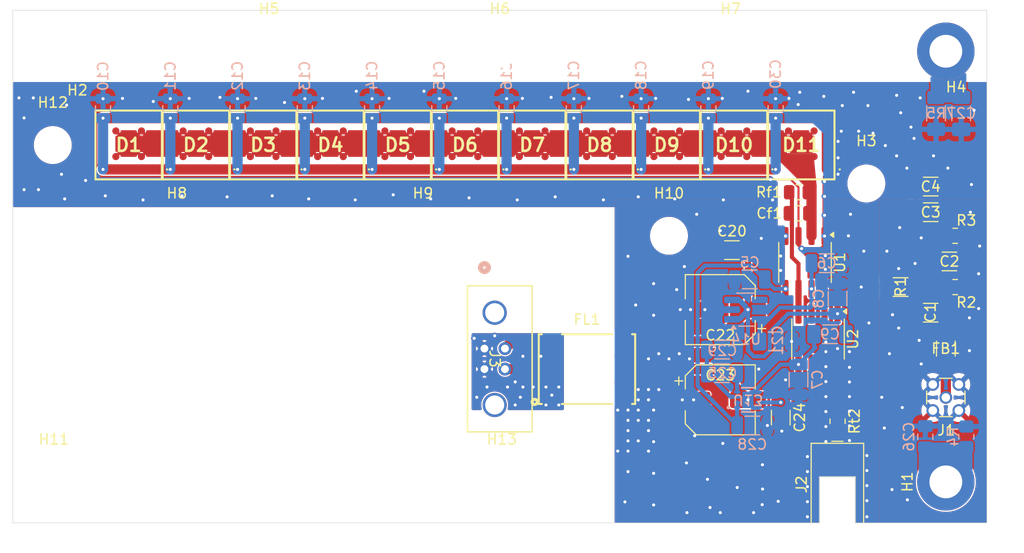
<source format=kicad_pcb>
(kicad_pcb (version 20241229) (generator "pcbnew") (generator_version "9.0")
  (layers (0 "F.Cu" signal) (2 "B.Cu" signal) (13 "F.Paste" user) (15 "B.Paste" user) (5 "F.SilkS" user "F.Silkscreen") (7 "B.SilkS" user "B.Silkscreen") (1 "F.Mask" user) (3 "B.Mask" user) (25 "Edge.Cuts" user))
  (net 0 "")
  (net 1 "Net-(C1-Pad1)")
  (net 2 "Net-(C1-Pad2)")
  (net 3 "Net-(C2-Pad1)")
  (net 4 "GND")
  (net 5 "/Bias filter/bias_filtered")
  (net 6 "+2V5")
  (net 7 "-2V5")
  (net 8 "-5V")
  (net 9 "+5V")
  (net 10 "/driven TIA/hiz_in")
  (net 11 "Net-(U2-IN)")
  (net 12 "/Bias filter/bias_raw")
  (net 13 "/driven TIA/amp_out")
  (net 18 "Net-(C27-Pad2)")
  (net 19 "Net-(U13-VREG)")
  (net 20 "Net-(U13-VAFB)")
  (net 21 "Net-(U13-VA)")
  (net 22 "Net-(FL1-5)")
  (net 23 "Net-(FL1-1)")
  (net 24 "Net-(FL1-3)")
  (net 25 "Net-(Rt2-Pad1)")
  (net 27 "Net-(C26-Pad1)")
  (footprint "Capacitor_SMD:C_1206_3216Metric_Pad1.33x1.80mm_HandSolder" (layer "F.Cu") (at 99.1375 49.4)
    (property "Reference" "C20")
    (property "Value" "1u")
  )
  (footprint "Resistor_SMD:R_1206_3216Metric" (layer "F.Cu") (at 120 59 90)
    (property "Reference" "FB1")
    (property "Value" "620@1M")
  )
  (footprint "MountingHole:MountingHole_3.2mm_M3" (layer "F.Cu") (at 45 48)
    (property "Reference" "H8")
    (property "Value" "MountingHole")
  )
  (footprint "Capacitor_SMD:C_1206_3216Metric" (layer "F.Cu") (at 118.525 43.2 180)
    (property "Reference" "C4")
    (property "Value" "10n")
  )
  (footprint "MountingHole:MountingHole_3.2mm_M3" (layer "F.Cu") (at 93 48)
    (property "Reference" "H10")
    (property "Value" "MountingHole")
  )
  (footprint "Capacitor_SMD:CP_Elec_6.3x7.7" (layer "F.Cu") (at 98 64)
    (property "Reference" "C23")
    (property "Value" "10u alum poly")
  )
  (footprint "Library:AFBRS4N66P014M" (layer "F.Cu") (at 46.86 39.025)
    (property "Reference" "D2")
    (property "Value" "AFBR-S4N66P014M" (hide yes))
  )
  (footprint "Capacitor_SMD:C_1206_3216Metric" (layer "F.Cu") (at 118.525 45.7 180)
    (property "Reference" "C3")
    (property "Value" "100n")
  )
  (footprint "MountingHole:MountingHole_3.2mm_M3" (layer "F.Cu") (at 32.9 39.15)
    (property "Reference" "H12")
    (property "Value" "MountingHole")
  )
  (footprint "Library:AFBRS4N66P014M" (layer "F.Cu") (at 73.1 39.025)
    (property "Reference" "D6")
    (property "Value" "AFBR-S4N66P014M" (hide yes))
  )
  (footprint "Capacitor_SMD:CP_Elec_6.3x7.7" (layer "F.Cu") (at 98 55.2 180)
    (property "Reference" "C22")
    (property "Value" "10u alum poly")
  )
  (footprint "Library:AFBRS4N66P014M" (layer "F.Cu") (at 66.54 39.025)
    (property "Reference" "D5")
    (property "Value" "AFBR-S4N66P014M" (hide yes))
  )
  (footprint "Connector_Coaxial:MMCX_Molex_73415-0961_Horizontal_1.6mm-PCB" (layer "F.Cu") (at 109.425 72.25 90)
    (property "Reference" "J2")
    (property "Value" "output")
    (fp_line (start 0.75 -1.75) (end -3.75 -1.75) (stroke (width 0.1)) (layer "Edge.Cuts"))
    (fp_line (start 0.75 1.75) (end 0.75 -1.75) (stroke (width 0.1)) (layer "Edge.Cuts"))
    (fp_line (start -3.75 1.75) (end 0.75 1.75) (stroke (width 0.1)) (layer "Edge.Cuts"))
  )
  (footprint "Resistor_SMD:R_0805_2012Metric" (layer "F.Cu") (at 109.44 66.0875 -90)
    (property "Reference" "Rt2")
    (property "Value" "50")
  )
  (footprint "Library:AFBRS4N66P014M" (layer "F.Cu") (at 105.9 39.025)
    (property "Reference" "D11")
    (property "Value" "AFBR-S4N66P014M" (hide yes))
  )
  (footprint "Library:AFBRS4N66P014M" (layer "F.Cu") (at 92.78 39.025)
    (property "Reference" "D9")
    (property "Value" "AFBR-S4N66P014M" (hide yes))
  )
  (footprint "Capacitor_SMD:C_0805_2012Metric" (layer "F.Cu") (at 105.63 45.808333)
    (property "Reference" "Cf1")
    (property "Value" "var")
  )
  (footprint "MountingHole:MountingHole_3.2mm_M3" (layer "F.Cu") (at 99 30)
    (property "Reference" "H7")
    (property "Value" "MountingHole")
  )
  (footprint "Resistor_SMD:R_0805_2012Metric" (layer "F.Cu") (at 120.9125 48)
    (property "Reference" "R3")
    (property "Value" "50")
  )
  (footprint "MountingHole:MountingHole_3.2mm_M3_DIN965_Pad" (layer "F.Cu") (at 120 30 180)
    (property "Reference" "H4")
    (property "Value" "MountingHole_Pad")
  )
  (footprint "Library:AFBRS4N66P014M" (layer "F.Cu") (at 79.66 39.025)
    (property "Reference" "D7")
    (property "Value" "AFBR-S4N66P014M" (hide yes))
  )
  (footprint "Capacitor_SMD:C_1206_3216Metric" (layer "F.Cu") (at 120.35 50.5 180)
    (property "Reference" "C2")
    (property "Value" "10n")
  )
  (footprint "MountingHole:MountingHole_3.2mm_M3_DIN965_Pad" (layer "F.Cu") (at 120 72 90)
    (property "Reference" "H1")
    (property "Value" "MountingHole_Pad")
  )
  (footprint "MountingHole:MountingHole_3.2mm_M3" (layer "F.Cu") (at 76.5 30)
    (property "Reference" "H6")
    (property "Value" "MountingHole")
  )
  (footprint "Resistor_SMD:R_0805_2012Metric" (layer "F.Cu") (at 105.63 43.75)
    (property "Reference" "Rf1")
    (property "Value" "var")
  )
  (footprint "MountingHole:MountingHole_3.2mm_M3" (layer "F.Cu") (at 33 30)
    (property "Reference" "H2")
    (property "Value" "MountingHole")
  )
  (footprint "Capacitor_SMD:C_1206_3216Metric" (layer "F.Cu") (at 118.525 55.5 180)
    (property "Reference" "C1")
    (property "Value" "1u")
  )
  (footprint "Library:AFBRS4N66P014M" (layer "F.Cu") (at 99.34 39.025)
    (property "Reference" "D10")
    (property "Value" "AFBR-S4N66P014M" (hide yes))
  )
  (footprint "Library:AFBRS4N66P014M" (layer "F.Cu") (at 53.42 39.025)
    (property "Reference" "D3")
    (property "Value" "AFBR-S4N66P014M" (hide yes))
  )
  (footprint "Resistor_SMD:R_0805_2012Metric" (layer "F.Cu") (at 120.9125 53 180)
    (property "Reference" "R2")
    (property "Value" "50")
  )
  (footprint "Package_SO:SOIC-8_3.9x4.9mm_P1.27mm" (layer "F.Cu") (at 107.535 58.075 -90)
    (property "Reference" "U2")
    (property "Value" "BUF602xD")
  )
  (footprint "MountingHole:MountingHole_3.2mm_M3" (layer "F.Cu") (at 76.7 72)
    (property "Reference" "H13")
    (property "Value" "MountingHole")
  )
  (footprint "Resistor_SMD:R_1206_3216Metric" (layer "F.Cu") (at 115.5875 53 180)
    (property "Reference" "R1")
    (property "Value" "2")
  )
  (footprint "Package_SO:SO-8_3.9x4.9mm_P1.27mm" (layer "F.Cu") (at 106.265 50.6 -90)
    (property "Reference" "U1")
    (property "Value" "LTC6268xS8-10")
  )
  (footprint "Capacitor_SMD:C_1206_3216Metric" (layer "F.Cu") (at 103.9 65.725 -90)
    (property "Reference" "C24")
    (property "Value" "1u")
  )
  (footprint "MountingHole:MountingHole_3.2mm_M3" (layer "F.Cu") (at 69 48)
    (property "Reference" "H9")
    (property "Value" "MountingHole")
  )
  (footprint "Library:AFBRS4N66P014M" (layer "F.Cu") (at 40.3 39.025)
    (property "Reference" "D1")
    (property "Value" "AFBR-S4N66P014M" (hide yes))
  )
  (footprint "Library:M80_5000442" (layer "F.Cu") (at 74.999999 59 -90)
    (property "Reference" "J3")
    (property "Value" "Conn_02x02_Top_Bottom")
  )
  (footprint "MountingHole:MountingHole_3.2mm_M3" (layer "F.Cu") (at 112.25 42.9)
    (property "Reference" "H3")
    (property "Value" "MountingHole")
  )
  (footprint "Library:WE-SL3_744252XXX" (layer "F.Cu") (at 85 61)
    (property "Reference" "FL1")
    (property "Value" "Filter_EMI_LLL")
  )
  (footprint "Connector_Coaxial:MMCX_Molex_73415-1471_Vertical" (layer "F.Cu") (at 120 63.77 180)
    (property "Reference" "J1")
    (property "Value" "Conn_Coaxial_Small")
  )
  (footprint "Library:AFBRS4N66P014M" (layer "F.Cu") (at 59.98 39.025)
    (property "Reference" "D4")
    (property "Value" "AFBR-S4N66P014M" (hide yes))
  )
  (footprint "MountingHole:MountingHole_3.2mm_M3" (layer "F.Cu") (at 33 72)
    (property "Reference" "H11")
    (property "Value" "MountingHole")
  )
  (footprint "Library:AFBRS4N66P014M" (layer "F.Cu") (at 86.22 39.025)
    (property "Reference" "D8")
    (property "Value" "AFBR-S4N66P014M" (hide yes))
  )
  (footprint "MountingHole:MountingHole_3.2mm_M3" (layer "F.Cu") (at 54 30)
    (property "Reference" "H5")
    (property "Value" "MountingHole")
  )
  (footprint "Capacitor_SMD:C_0805_2012Metric" (layer "B.Cu") (at 70.6 35.575 90)
    (property "Reference" "C15")
    (property "Value" "10n")
  )
  (footprint "Capacitor_SMD:C_1206_3216Metric_Pad1.33x1.80mm_HandSolder" (layer "B.Cu") (at 108.7 57.6 180)
    (property "Reference" "C9")
    (property "Value" "10n")
  )
  (footprint "Library:CP-8-27_ADI" (layer "B.Cu") (at 100.7 64)
    (property "Reference" "U13")
    (property "Value" "ADP7185ACPZN2.5-R7")
  )
  (footprint "Capacitor_SMD:C_0805_2012Metric" (layer "B.Cu") (at 103.4 35.575 90)
    (property "Reference" "C30")
    (property "Value" "10n")
  )
  (footprint "Capacitor_SMD:C_1206_3216Metric_Pad1.33x1.80mm_HandSolder" (layer "B.Cu") (at 103.4 58.3)
    (property "Reference" "C21")
    (property "Value" "1u")
  )
  (footprint "Capacitor_SMD:C_0805_2012Metric" (layer "B.Cu") (at 44.36 35.575 90)
    (property "Reference" "C11")
    (property "Value" "10n")
  )
  (footprint "Capacitor_SMD:C_1206_3216Metric" (layer "B.Cu") (at 109.44 54.125 -90)
    (property "Reference" "C8")
    (property "Value" "0.1u")
  )
  (footprint "Resistor_SMD:R_1206_3216Metric_Pad1.30x1.75mm_HandSolder" (layer "B.Cu") (at 119.05 36.0625 90)
    (property "Reference" "R5")
    (property "Value" "1.5Meg")
  )
  (footprint "Capacitor_SMD:C_1206_3216Metric" (layer "B.Cu") (at 101.1209 66.5)
    (property "Reference" "C28")
    (property "Value" "4.7u")
  )
  (footprint "Capacitor_SMD:C_1206_3216Metric" (layer "B.Cu") (at 108.375 50.675 180)
    (property "Reference" "C6")
    (property "Value" "0.1u")
  )
  (footprint "Capacitor_SMD:C_1206_3216Metric" (layer "B.Cu") (at 98.1709 61.4)
    (property "Reference" "C25")
    (property "Value" "10n")
  )
  (footprint "Capacitor_SMD:C_0805_2012Metric" (layer "B.Cu") (at 64.04 35.575 90)
    (property "Reference" "C14")
    (property "Value" "10n")
  )
  (footprint "Capacitor_SMD:C_0805_2012Metric_Pad1.18x1.45mm_HandSolder" (layer "B.Cu") (at 118 67.6 90)
    (property "Reference" "C26")
    (property "Value" "10n")
  )
  (footprint "Capacitor_SMD:C_0805_2012Metric" (layer "B.Cu") (at 90.28 35.575 90)
    (property "Reference" "C18")
    (property "Value" "10n")
  )
  (footprint "Capacitor_SMD:C_0805_2012Metric" (layer "B.Cu") (at 37.8 35.575 90)
    (property "Reference" "C10")
    (property "Value" "10n")
  )
  (footprint "Resistor_SMD:R_0805_2012Metric_Pad1.20x1.40mm_HandSolder" (layer "B.Cu") (at 122 67.6 -90)
    (property "Reference" "R4")
    (property "Value" "R_US")
  )
  (footprint "Capacitor_SMD:C_1206_3216Metric" (layer "B.Cu") (at 100.875 52.25)
    (property "Reference" "C5")
    (property "Value" "0.1u")
  )
  (footprint "Capacitor_SMD:C_0805_2012Metric" (layer "B.Cu") (at 96.84 35.575 90)
    (property "Reference" "C19")
    (property "Value" "10n")
  )
  (footprint "Package_TO_SOT_SMD:SOT-23-5_HandSoldering" (layer "B.Cu") (at 100.5 55.2)
    (property "Reference" "U14")
    (property "Value" "TPS7A2025PDBVR")
  )
  (footprint "Capacitor_SMD:C_1206_3216Metric_Pad1.33x1.80mm_HandSolder" (layer "B.Cu") (at 121.5 36.0625 90)
    (property "Reference" "C27")
    (property "Value" "10n")
  )
  (footprint "Capacitor_SMD:C_1206_3216Metric" (layer "B.Cu") (at 105.63 62.025 90)
    (property "Reference" "C7")
    (property "Value" "0.1u")
  )
  (footprint "Capacitor_SMD:C_0805_2012Metric" (layer "B.Cu") (at 77.16 35.575 90)
    (property "Reference" "C16")
    (property "Value" "10n")
  )
  (footprint "Capacitor_SMD:C_0805_2012Metric" (layer "B.Cu") (at 50.92 35.575 90)
    (property "Reference" "C12")
    (property "Value" "10n")
  )
  (footprint "Capacitor_SMD:C_1206_3216Metric" (layer "B.Cu") (at 98.1709 59.1)
    (property "Reference" "C29")
    (property "Value" "1u")
  )
  (footprint "Capacitor_SMD:C_0805_2012Metric" (layer "B.Cu") (at 83.72 35.575 90)
    (property "Reference" "C17")
    (property "Value" "10n")
  )
  (footprint "Capacitor_SMD:C_0805_2012Metric" (layer "B.Cu") (at 57.48 35.575 90)
    (property "Reference" "C13")
    (property "Value" "10n")
  )
  (gr_line (start 124 26) (end 29 26) (stroke (width 0.05)) (layer "Edge.Cuts"))
  (gr_line (start 124 76) (end 111.175 76) (stroke (width 0.05)) (layer "Edge.Cuts"))
  (gr_line (start 29 76) (end 107.675 76) (stroke (width 0.05)) (layer "Edge.Cuts"))
  (gr_line (start 124 76) (end 124 26) (stroke (width 0.05)) (layer "Edge.Cuts"))
  (gr_line (start 29 26) (end 29 76) (stroke (width 0.05)) (layer "Edge.Cuts"))
  (segment (start 120 57.5375) (end 120 53) (width 1) (layer "F.Cu") (net 1))
  (segment (start 117.05 55.5) (end 117.05 53) (width 1) (layer "F.Cu") (net 2))
  (segment (start 121.825 53) (end 121.825 48) (width 1) (layer "F.Cu") (net 3))
  (segment (start 105.63 43.267078) (end 104.873992 42.51107) (width 0.2) (layer "F.Cu") (net 4))
  (segment (start 107.868999 49.201) (end 108.17 48.899999) (width 0.3) (layer "F.Cu") (net 4))
  (segment (start 108.17 48.899999) (end 108.17 48.025) (width 0.3) (layer "F.Cu") (net 4))
  (segment (start 105.63 48.025) (end 105.63 43.267078) (width 0.2) (layer "F.Cu") (net 4))
  (segment (start 104.873992 42.51107) (end 102.90009 42.51107) (width 0.2) (layer "F.Cu") (net 4))
  (segment (start 105.63 48.899999) (end 105.931001 49.201) (width 0.3) (layer "F.Cu") (net 4))
  (segment (start 108.17 48.025) (end 108.17 42.7) (width 0.4) (layer "F.Cu") (net 4))
  (segment (start 105.63 48.025) (end 105.63 48.899999) (width 0.3) (layer "F.Cu") (net 4))
  (segment (start 105.931001 49.25) (end 107.868999 49.25) (width 0.2) (layer "F.Cu") (net 4))
  (via (at 108.25 49.94) (size 0.6) (drill 0.3) (layers "F.Cu" "B.Cu") (net 4))
  (via (at 106.5 73.933333) (size 0.6) (drill 0.3) (layers "F.Cu" "B.Cu") (net 4))
  (via (at 122.5 43) (size 0.6) (drill 0.3) (layers "F.Cu" "B.Cu") (net 4))
  (via (at 77.16 34.625) (size 0.6) (drill 0.3) (layers "F.Cu" "B.Cu") (net 4))
  (via (at 112.9 38) (size 0.6) (drill 0.3) (layers "F.Cu" "B.Cu") (net 4))
  (via (at 94.7 70.15) (size 0.6) (drill 0.3) (layers "F.Cu" "B.Cu") (net 4))
  (via (at 106.5 75.4) (size 0.6) (drill 0.3) (layers "F.Cu" "B.Cu") (net 4))
  (via (at 108.3 58.366667) (size 0.6) (drill 0.3) (layers "F.Cu" "B.Cu") (net 4))
  (via (at 109.44 59) (size 0.6) (drill 0.3) (layers "F.Cu" "B.Cu") (net 4))
  (via (at 108.3 66.605556) (size 0.6) (drill 0.3) (layers "F.Cu" "B.Cu") (net 4))
  (via (at 90 44.2) (size 0.6) (drill 0.3) (layers "F.Cu" "B.Cu") (net 4))
  (via (at 95.5 67.5) (size 0.6) (drill 0.3) (layers "F.Cu" "B.Cu") (net 4))
  (via (at 103.4 34.625) (size 0.6) (drill 0.3) (layers "F.Cu" "B.Cu") (net 4))
  (via (at 110.6 63.683334) (size 0.6) (drill 0.3) (layers "F.Cu" "B.Cu") (net 4))
  (via (at 91 64) (size 0.6) (drill 0.3) (layers "F.Cu" "B.Cu") (net 4))
  (via (at 83.72 34.625) (size 0.6) (drill 0.3) (layers "F.Cu" "B.Cu") (net 4))
  (via (at 114 66.75) (size 0.6) (drill 0.3) (layers "F.Cu" "B.Cu") (net 4))
  (via (at 98 75) (size 0.6) (drill 0.3) (layers "F.Cu" "B.Cu") (net 4))
  (via (at 89 66) (size 0.6) (drill 0.3) (layers "F.Cu" "B.Cu") (net 4))
  (via (at 45.5 44.1) (size 0.6) (drill 0.3) (layers "F.Cu" "B.Cu") (net 4))
  (via (at 94.75 75) (size 0.6) (drill 0.3) (layers "F.Cu" "B.Cu") (net 4))
  (via (at 108.17 46) (size 0.6) (drill 0.3) (layers "F.Cu" "B.Cu") (net 4))
  (via (at 73.5 44.3) (size 0.6) (drill 0.3) (layers "F.Cu" "B.Cu") (net 4))
  (via (at 111 34) (size 0.6) (drill 0.3) (layers "F.Cu" "B.Cu") (net 4))
  (via (at 91.7 34.6) (size 0.6) (drill 0.3) (layers "F.Cu" "B.Cu") (net 4))
  (via (at 89 68) (size 0.6) (drill 0.3) (layers "F.Cu" "B.Cu") (net 4))
  (via (at 116.25 73.75) (size 0.6) (drill 0.3) (layers "F.Cu" "B.Cu") (net 4))
  (via (at 91 67) (size 0.6) (drill 0.3) (layers "F.Cu" "B.Cu") (net 4))
  (via (at 102 48.25) (size 0.6) (drill 0.3) (layers "F.Cu" "B.Cu") (net 4))
  (via (at 102.90009 42.51107) (size 0.6) (drill 0.3) (layers "F.Cu" "B.Cu") (net 4))
  (via (at 62.5 33.9) (size 0.6) (drill 0.3) (layers "F.Cu" "B.Cu") (net 4))
  (via (at 113.75 63.75) (size 0.6) (drill 0.3) (layers "F.Cu" "B.Cu") (net 4))
  (via (at 109.8 37.8) (size 0.6) (drill 0.3) (layers "F.Cu" "B.Cu") (net 4))
  (via (at 90 68) (size 0.6) (drill 0.3) (layers "F.Cu" "B.Cu") (net 4))
  (via (at 122.3 56) (size 0.6) (drill 0.3) (layers "F.Cu" "B.Cu") (net 4))
  (via (at 90 66) (size 0.6) (drill 0.3) (layers "F.Cu" "B.Cu") (net 4))
  (via (at 88 65) (size 0.6) (drill 0.3) (layers "F.Cu" "B.Cu") (net 4))
  (via (at 85.2 34.6) (size 0.6) (drill 0.3) (layers "F.Cu" "B.Cu") (net 4))
  (via (at 108.3 59.3) (size 0.6) (drill 0.3) (layers "F.Cu" "B.Cu") (net 4))
  (via (at 109.485066 40.394082) (size 0.6) (drill 0.3) (layers "F.Cu" "B.Cu") (net 4))
  (via (at 93.75 53.25) (size 0.6) (drill 0.3) (layers "F.Cu" "B.Cu") (net 4))
  (via (at 108.1 34.4) (size 0.6) (drill 0.3) (layers "F.Cu" "B.Cu") (net 4))
  (via (at 106.5 71) (size 0.6) (drill 0.3) (layers "F.Cu" "B.Cu") (net 4))
  (via (at 91.5 64.999999) (size 0.6) (drill 0.3) (layers "F.Cu" "B.Cu") (net 4))
  (via (at 123.2 55.1) (size 0.6) (drill 0.3) (layers "F.Cu" "B.Cu") (net 4))
  (via (at 123.3 49) (size 0.6) (drill 0.3) (layers "F.Cu" "B.Cu") (net 4))
  (via (at 100.7 33.9) (size 0.6) (drill 0.3) (layers "F.Cu" "B.Cu") (net 4))
  (via (at 89.75 54.75) (size 0.6) (drill 0.3) (layers "F.Cu" "B.Cu") (net 4))
  (via (at 94.3 64) (size 0.6) (drill 0.3) (layers "F.Cu" "B.Cu") (net 4))
  (via (at 91.5 55.75) (size 0.6) (drill 0.3) (layers "F.Cu" "B.Cu") (net 4))
  (via (at 57.857139 44.4) (size 0.6) (drill 0.3) (layers "F.Cu" "B.Cu") (net 4))
  (via (at 112 49.5) (size 0.6) (drill 0.3) (layers "F.Cu" "B.Cu") (net 4))
  (via (at 117.5 34.55) (size 0.6) (drill 0.3) (layers "F.Cu" "B.Cu") (net 4))
  (via (at 90.28 34.625) (size 0.6) (drill 0.3) (layers "F.Cu" "B.Cu") (net 4))
  (via (at 55.5 35) (size 0.6) (drill 0.3) (layers "F.Cu" "B.Cu") (net 4))
  (via (at 39.7 34.6) (size 0.6) (drill 0.3) (layers "F.Cu" "B.Cu") (net 4))
  (via (at 41.7 44.5) (size 0.6) (drill 0.3) (layers "F.Cu" "B.Cu") (net 4))
  (via (at 98.25 68.25) (size 0.6) (drill 0.3) (layers "F.Cu" "B.Cu") (net 4))
  (via (at 122.3 59.2) (size 0.6) (drill 0.3) (layers "F.Cu" "B.Cu") (net 4))
  (via (at 111.5 37.8) (size 0.6) (drill 0.3) (layers "F.Cu" "B.Cu") (net 4))
  (via (at 89 69) (size 0.6) (drill 0.3) (layers "F.Cu" "B.Cu") (net 4))
  (via (at 91 66) (size 0.6) (drill 0.3) (layers "F.Cu" "B.Cu") (net 4))
  (via (at 89 50) (size 0.6) (drill 0.3) (layers "F.Cu" "B.Cu") (net 4))
  (via (at 110.7 45.9) (size 0.6) (drill 0.3) (layers "F.Cu" "B.Cu") (net 4))
  (via (at 69.1 33.9) (size 0.6) (drill 0.3) (layers "F.Cu" "B.Cu") (net 4))
  (via (at 70.6 34.625) (size 0.6) (drill 0.3) (layers "F.Cu" "B.Cu") (net 4))
  (via (at 110.6 65.111111) (size 0.6) (drill 0.3) (layers "F.Cu" "B.Cu") (net 4))
  (via (at 78.7 34.6) (size 0.6) (drill 0.3) (layers "F.Cu" "B.Cu") (net 4))
  (via (at 30.1 43.5) (size 0.6) (drill 0.3) (layers "F.Cu" "B.Cu") (net 4))
  (via (at 112.3 73.833333) (size 0.6) (drill 0.3) (layers "F.Cu" "B.Cu") (net 4))
  (via (at 38.023809 44.1) (size 0.6) (drill 0.3) (layers "F.Cu" "B.Cu") (net 4))
  (via (at 105.75 34) (size 0.6) (drill 0.3) (layers "F.Cu" "B.Cu") (net 4))
  (via (at 62.4 44.5) (size 0.6) (drill 0.3) (layers "F.Cu" "B.Cu") (net 4))
  (via (at 37.8 34.625) (size 0.6) (drill 0.3) (layers "F.Cu" "B.Cu") (net 4))
  (via (at 120.2 41.4) (size 0.6) (drill 0.3) (layers "F.Cu" "B.Cu") (net 4))
  (via (at 112.3 69.433333) (size 0.6) (drill 0.3) (layers "F.Cu" "B.Cu") (net 4))
  (via (at 69.757137 44.4) (size 0.6) (drill 0.3) (layers "F.Cu" "B.Cu") (net 4))
  (via (at 42.7 34.9) (size 0.6) (drill 0.3) (layers "F.Cu" "B.Cu") (net 4))
  (via (at 105.6 35.2) (size 0.6) (drill 0.3) (layers "F.Cu" "B.Cu") (net 4))
  (via (at 114.8 55.7) (size 0.6) (drill 0.3) (layers "F.Cu" "B.Cu") (net 4))
  (via (at 97 74.5) (size 0.6) (drill 0.3) (layers "F.Cu" "B.Cu") (net 4))
  (via (at 110.6 62.255556) (size 0.6) (drill 0.3) (layers "F.Cu" "B.Cu") (net 4))
  (via (at 103.65 73.9) (size 0.6) (drill 0.3) (layers "F.Cu" "B.Cu") (net 4))
  (via (at 108.25 51.27) (size 0.6) (drill 0.3) (layers "F.Cu" "B.Cu") (net 4))
  (via (at 115.2 40.2) (size 0.6) (drill 0.3) (layers "F.Cu" "B.Cu") (net 4))
  (via (at 114.5 59.5) (size 0.6) (drill 0.3) (layers "F.Cu" "B.Cu") (net 4))
  (via (at 114.1 39.2) (size 0.6) (drill 0.3) (layers "F.Cu" "B.Cu") (net 4))
  (via (at 95.4 64) (size 0.6) (drill 0.3) (layers "F.Cu" "B.Cu") (net 4))
  (via (at 95.1 55.2) (size 0.6) (drill 0.3) (layers "F.Cu" "B.Cu") (net 4))
  (via (at 65.7 34.6) (size 0.6) (drill 0.3) (layers "F.Cu" "B.Cu") (net 4))
  (via (at 108.3 62.222222) (size 0.6) (drill 0.3) (layers "F.Cu" "B.Cu") (net 4))
  (via (at 52.7 34.6) (size 0.6) (drill 0.3) (layers "F.Cu" "B.Cu") (net 4))
  (via (at 91.5 71.166665) (size 0.6) (drill 0.3) (layers "F.Cu" "B.Cu") (net 4))
  (via (at 96.75 71.75) (size 0.6) (drill 0.3) (layers "F.Cu" "B.Cu") (net 4))
  (via (at 89 67) (size 0.6) (drill 0.3) (layers "F.Cu" "B.Cu") (net 4))
  (via (at 108.17 44.156666) (size 0.6) (drill 0.3) (layers "F.Cu" "B.Cu") (net 4))
  (via (at 117.4 58.2) (size 0.6) (drill 0.3) (layers "F.Cu" "B.Cu") (net 4))
  (via (at 117.6 48.2) (size 0.6) (drill 0.3) (layers "F.Cu" "B.Cu") (net 4))
  (via (at 93 60) (size 0.6) (drill 0.3) (layers "F.Cu" "B.Cu") (net 4))
  (via (at 116.6 37.4) (size 0.6) (drill 0.3) (layers "F.Cu" "B.Cu") (net 4))
  (via (at 110.5 48) (size 0.6) (drill 0.3) (layers "F.Cu" "B.Cu") (net 4))
  (via (at 109.485066 38.794082) (size 0.6) (drill 0.3) (layers "F.Cu" "B.Cu") (net 4))
  (via (at 89 65) (size 0.6) (drill 0.3) (layers "F.Cu" "B.Cu") (net 4))
  (via (at 118.8 40.2) (size 0.6) (drill 0.3) (layers "F.Cu" "B.Cu") (net 4))
  (via (at 103.89 49.97) (size 0.6) (drill 0.3) (layers "F.Cu" "B.Cu") (net 4))
  (via (at 106.5 72.466667) (size 0.6) (drill 0.3) (layers "F.Cu" "B.Cu") (net 4))
  (via (at 108.3 60.761111) (size 0.6) (drill 0.3) (layers "F.Cu" "B.Cu") (net 4))
  (via (at 112.3 70.9) (size 0.6) (drill 0.3) (layers "F.Cu" "B.Cu") (net 4))
  (via (at 91.5 74.250001) (size 0.6) (drill 0.3) (layers "F.Cu" "B.Cu") (net 4))
  (via (at 108.17 48.025) (size 0.6) (drill 0.3) (layers "F.Cu" "B.Cu") (net 4))
  (via (at 91.5 52.666667) (size 0.6) (drill 0.3) (layers "F.Cu" "B.Cu") (net 4))
  (via (at 91 60) (size 0.6) (drill 0.3) (layers "F.Cu" "B.Cu") (net 4))
  (via (at 94.5 51) (size 0.6) (drill 0.3) (layers "F.Cu" "B.Cu") (net 4))
  (via (at 88.7 73.95) (size 0.6) (drill 0.3) (layers "F.Cu" "B.Cu") (net 4))
  (via (at 94.9 34.7) (size 0.6) (drill 0.3) (layers "F.Cu" "B.Cu") (net 4))
  (via (at 81.9 44.2) (size 0.6) (drill 0.3) (layers "F.Cu" "B.Cu") (net 4))
  (via (at 115.75 64.75) (size 0.6) (drill 0.3) (layers "F.Cu" "B.Cu") (net 4))
  (via (at 57.48 34.625) (size 0.6) (drill 0.3) (layers "F.Cu" "B.Cu") (net 4))
  (via (at 89 71) (size 0.6) (drill 0.3) (layers "F.Cu" "B.Cu") (net 4))
  (via (at 110.6 67.966667) (size 0.6) (drill 0.3) (layers "F.Cu" "B.Cu") (net 4))
  (via (at 98.3 44.5) (size 0.6) (drill 0.3) (layers "F.Cu" "B.Cu") (net 4))
  (via (at 54.3 44.1) (size 0.6) (drill 0.3) (layers "F.Cu" "B.Cu") (net 4))
  (via (at 102.1125 70.33) (size 0.6) (drill 0.3) (layers "F.Cu" "B.Cu") (net 4))
  (via (at 116.2 41.4) (size 0.6) (drill 0.3) (layers "F.Cu" "B.Cu") (net 4))
  (via (at 103.89 51.38) (size 0.6) (drill 0.3) (layers "F.Cu" "B.Cu") (net 4))
  (via (at 30.1 36.5) (size 0.6) (drill 0.3) (layers "F.Cu" "B.Cu") (net 4))
  (via (at 64.04 34.625) (size 0.6) (drill 0.3) (layers "F.Cu" "B.Cu") (net 4))
  (via (at 114.75 72.75) (size 0.6) (drill 0.3) (layers "F.Cu" "B.Cu") (net 4))
  (via (at 115.5 47.2) (size 0.6) (drill 0.3) (layers "F.Cu" "B.Cu") (net 4))
  (via (at 46.2 34.6) (size 0.6) (drill 0.3) (layers "F.Cu" "B.Cu") (net 4))
  (via (at 95 60) (size 0.6) (drill 0.3) (layers "F.Cu" "B.Cu") (net 4))
  (via (at 103.1 44.5) (size 0.6) (drill 0.3) (layers "F.Cu" "B.Cu") (net 4))
  (via (at 36.1 42.6) (size 0.6) (drill 0.3) (layers "F.Cu" "B.Cu") (net 4))
  (via (at 115.2 34.3) (size 0.6) (drill 0.3) (layers "F.Cu" "B.Cu") (net 4))
  (via (at 91 63) (size 0.6) (drill 0.3) (layers "F.Cu" "B.Cu") (net 4))
  (via (at 122.75 35.75) (size 0.6) (drill 0.3) (layers "F.Cu" "B.Cu") (net 4))
  (via (at 112.5 56.5) (size 0.6) (drill 0.3) (layers "F.Cu" "B.Cu") (net 4))
  (via (at 91 69) (size 0.6) (drill 0.3) (layers "F.Cu" "B.Cu") (net 4))
  (via (at 91.5 68.083332) (size 0.6) (drill 0.3) (layers "F.Cu" "B.Cu") (net 4))
  (via (at 78.2 44.5) (size 0.6) (drill 0.3) (layers "F.Cu" "B.Cu") (net 4))
  (via (at 102.5959 66.5) (size 0.6) (drill 0.3) (layers "F.Cu" "B.Cu") (net 4))
  (via (at 49.2 34.5) (size 0.6) (drill 0.3) (layers "F.Cu" "B.Cu") (net 4))
  (via (at 101.25 75) (size 0.6) (drill 0.3) (layers "F.Cu" "B.Cu") (net 4))
  (via (at 94.1 55.2) (size 0.6) (drill 0.3) (layers "F.Cu" "B.Cu") (net 4))
  (via (at 112.4 35.3) (size 0.6) (drill 0.3) (layers "F.Cu" "B.Cu") (net 4))
  (via (at 31.5 43.5) (size 0.6) (drill 0.3) (layers "F.Cu" "B.Cu") (net 4))
  (via (at 34.25 35.25) (size 0.6) (drill 0.3) (layers "F.Cu" "B.Cu") (net 4))
  (via (at 110.6 66.538889) (size 0.6) (drill 0.3) (layers "F.Cu" "B.Cu") (net 4))
  (via (at 98.2 34.6) (size 0.6) (drill 0.3) (layers "F.Cu" "B.Cu") (net 4))
  (via (at 90 63) (size 0.6) (drill 0.3) (layers "F.Cu" "B.Cu") (net 4))
  (via (at 108.17 42.7) (size 0.6) (drill 0.3) (layers "F.Cu" "B.Cu") (net 4))
  (via (at 108.3 63.683334) (size 0.6) (drill 0.3) (layers "F.Cu" "B.Cu") (net 4))
  (via (at 44.36 34.625) (size 0.6) (drill 0.3) (layers "F.Cu" "B.Cu") (net 4))
  (via (at 104.9625 58.3) (size 0.6) (drill 0.3) (layers "F.Cu" "B.Cu") (net 4))
  (via (at 88.4 34.4) (size 0.6) (drill 0.3) (layers "F.Cu" "B.Cu") (net 4))
  (via (at 104.7 34.6) (size 0.6) (drill 0.3) (layers "F.Cu" "B.Cu") (net 4))
  (via (at 114.25 49.5) (size 0.6) (drill 0.3) (layers "F.Cu" "B.Cu") (net 4))
  (via (at 109.485066 41.994082) (size 0.6) (drill 0.3) (layers "F.Cu" "B.Cu") (net 4))
  (via (at 88 69) (size 0.6) (drill 0.3) (layers "F.Cu" "B.Cu") (net 4))
  (via (at 112.3 75.4) (size 0.6) (drill 0.3) (layers "F.Cu" "B.Cu") (net 4))
  (via (at 50.92 34.625) (size 0.6) (drill 0.3) (layers "F.Cu" "B.Cu") (net 4))
  (via (at 108.3 68.066667) (size 0.6) (drill 0.3) (layers "F.Cu" "B.Cu") (net 4))
  (via (at 104.36 48.025) (size 0.6) (drill 0.3) (layers "F.Cu" "B.Cu") (net 4))
  (via (at 104 67.05) (size 0.6) (drill 0.3) (layers "F.Cu" "B.Cu") (net 4))
  (via (at 94 59.5) (size 0.6) (drill 0.3) (layers "F.Cu" "B.Cu") (net 4))
  (via (at 115.4 51.2) (size 0.6) (drill 0.3) (layers "F.Cu" "B.Cu") (net 4))
  (via (at 112.3 72.366667) (size 0.6) (drill 0.3) (layers "F.Cu" "B.Cu") (net 4))
  (via (at 99.65 72.55) (size 0.6) (drill 0.3) (layers "F.Cu" "B.Cu") (net 4))
  (via (at 106.5 69.533333) (size 0.6) (drill 0.3) (layers "F.Cu" "B.Cu") (net 4))
  (via (at 123.2 51.7) (size 0.6) (drill 0.3) (layers "F.Cu" "B.Cu") (net 4))
  (via (at 110.6 60.827778) (size 0.6) (drill 0.3) (layers "F.Cu" "B.Cu") (net 4))
  (via (at 31 34.55) (size 0.6) (drill 0.3) (layers "F.Cu" "B.Cu") (net 4))
  (via (at 96.5 55.2) (size 0.6) (drill 0.3) (layers "F.Cu" "B.Cu") (net 4))
  (via (at 59.2 34.6) (size 0.6) (drill 0.3) (layers "F.Cu" "B.Cu") (net 4))
  (via (at 34.057143 44.4) (size 0.6) (drill 0.3) (layers "F.Cu" "B.Cu") (net 4))
  (via (at 90 64) (size 0.6) (drill 0.3) (layers "F.Cu" "B.Cu") (net 4))
  (via (at 104.375 62.05) (size 0.6) (drill 0.3) (layers "F.Cu" "B.Cu") (net 4))
  (via (at 93.557143 44.4) (size 0.6) (drill 0.3) (layers "F.Cu" "B.Cu") (net 4))
  (via (at 117.6 60.5) (size 0.6) (drill 0.3) (layers "F.Cu" "B.Cu") (net 4))
  (via (at 115.6 36) (size 0.6) (drill 0.3) (layers "F.Cu" "B.Cu") (net 4))
  (via (at 72.2 34.6) (size 0.6) (drill 0.3) (layers "F.Cu" "B.Cu") (net 4))
  (via (at 102.0875 74.22125) (size 0.6) (drill 0.3) (layers "F.Cu" "B.Cu") (net 4))
  (via (at 98 47.5) (size 0.6) (drill 0.3) (layers "F.Cu" "B.Cu") (net 4))
  (via (at 122.4 45.7) (size 0.6) (drill 0.3) (layers "F.Cu" "B.Cu") (net 4))
  (via (at 33.75 42) (size 0.6) (drill 0.3) (layers "F.Cu" "B.Cu") (net 4))
  (via (at 29.6 34.55) (size 0.6) (drill 0.3) (layers "F.Cu" "B.Cu") (net 4))
  (via (at 96.84 34.625) (size 0.6) (drill 0.3) (layers "F.Cu" "B.Cu") (net 4))
  (via (at 92 59.5) (size 0.6) (drill 0.3) (layers "F.Cu" "B.Cu") (net 4))
  (via (at 111.75 53) (size 0.6) (drill 0.3) (layers "F.Cu" "B.Cu") (net 4))
  (via (at 108.3 65.144445) (size 0.6) (drill 0.3) (layers "F.Cu" "B.Cu") (net 4))
  (via (at 115.4 57) (size 0.6) (drill 0.3) (layers "F.Cu" "B.Cu") (net 4))
  (via (at 95.7 45.9) (size 0.6) (drill 0.3) (layers "F.Cu" "B.Cu") (net 4))
  (via (at 86.6 44.5) (size 0.6) (drill 0.3) (layers "F.Cu" "B.Cu") (net 4))
  (via (at 102.125 72.7) (size 0.6) (drill 0.3) (layers "F.Cu" "B.Cu") (net 4))
  (via (at 101.75 61) (size 0.6) (drill 0.3) (layers "F.Cu" "B.Cu") (net 4))
  (via (at 49.9 44.2) (size 0.6) (drill 0.3) (layers "F.Cu" "B.Cu") (net 4))
  (via (at 92 63) (size 0.6) (drill 0.3) (layers "F.Cu" "B.Cu") (net 4))
  (via (at 110.6 59.3) (size 0.6) (drill 0.3) (layers "F.Cu" "B.Cu") (net 4))
  (via (at 90 65) (size 0.6) (drill 0.3) (layers "F.Cu" "B.Cu") (net 4))
  (via (at 117 50.7) (size 0.6) (drill 0.3) (layers "F.Cu" "B.Cu") (net 4))
  (via (at 81.5 34.5) (size 0.6) (drill 0.3) (layers "F.Cu" "B.Cu") (net 4))
  (via (at 66.1 44) (size 0.6) (drill 0.3) (layers "F.Cu" "B.Cu") (net 4))
  (via (at 109.9 35.3) (size 0.6) (drill 0.3) (layers "F.Cu" "B.Cu") (net 4))
  (via (at 105.931001 49.25) (size 0.6) (drill 0.3) (layers "F.Cu" "B.Cu") (net 4))
  (via (at 116.9 38.5) (size 0.6) (drill 0.3) (layers "F.Cu" "B.Cu") (net 4))
  (segment (start 37.8 36.525) (end 113.325 36.525) (width 1) (layer "F.Cu") (net 5))
  (segment (start 120 48) (end 120 43.2) (width 1) (layer "F.Cu") (net 5))
  (segment (start 103.4 41.525) (end 37.8 41.525) (width 1) (layer "F.Cu") (net 5))
  (segment (start 120 43.2) (end 113.325 36.525) (width 1) (layer "F.Cu") (net 5))
  (segment (start 108.4 41.525) (end 108.4 36.525) (width 1) (layer "F.Cu") (net 5))
  (via (at 83.72 36.525) (size 0.6) (drill 0.3) (layers "F.Cu" "B.Cu") (net 5))
  (via (at 64.04 36.525) (size 0.6) (drill 0.3) (layers "F.Cu" "B.Cu") (net 5))
  (via (at 103.4 36.525) (size 0.6) (drill 0.3) (layers "F.Cu" "B.Cu") (net 5))
  (via (at 90.28 36.525) (size 0.6) (drill 0.3) (layers "F.Cu" "B.Cu") (net 5))
  (via (at 96.84 36.525) (size 0.6) (drill 0.3) (layers "F.Cu" "B.Cu") (net 5))
  (via (at 64.04 41.525) (size 0.6) (drill 0.3) (layers "F.Cu" "B.Cu") (net 5))
  (via (at 44.36 41.525) (size 0.6) (drill 0.3) (layers "F.Cu" "B.Cu") (net 5))
  (via (at 44.36 36.525) (size 0.6) (drill 0.3) (layers "F.Cu" "B.Cu") (net 5))
  (via (at 70.6 41.525) (size 0.6) (drill 0.3) (layers "F.Cu" "B.Cu") (net 5))
  (via (at 37.8 41.525) (size 0.6) (drill 0.3) (layers "F.Cu" "B.Cu") (net 5))
  (via (at 37.8 36.525) (size 0.6) (drill 0.3) (layers "F.Cu" "B.Cu") (net 5))
  (via (at 103.4 41.525) (size 0.6) (drill 0.3) (layers "F.Cu" "B.Cu") (net 5))
  (via (at 83.72 41.525) (size 0.6) (drill 0.3) (layers "F.Cu" "B.Cu") (net 5))
  (via (at 70.6 36.525) (size 0.6) (drill 0.3) (layers "F.Cu" "B.Cu") (net 5))
  (via (at 57.48 36.525) (size 0.6) (drill 0.3) (layers "F.Cu" "B.Cu") (net 5))
  (via (at 57.48 41.525) (size 0.6) (drill 0.3) (layers "F.Cu" "B.Cu") (net 5))
  (via (at 90.28 41.525) (size 0.6) (drill 0.3) (layers "F.Cu" "B.Cu") (net 5))
  (via (at 50.92 36.525) (size 0.6) (drill 0.3) (layers "F.Cu" "B.Cu") (net 5))
  (via (at 77.16 36.525) (size 0.6) (drill 0.3) (layers "F.Cu" "B.Cu") (net 5))
  (via (at 96.84 41.525) (size 0.6) (drill 0.3) (layers "F.Cu" "B.Cu") (net 5))
  (via (at 50.92 41.525) (size 0.6) (drill 0.3) (layers "F.Cu" "B.Cu") (net 5))
  (via (at 77.16 41.525) (size 0.6) (drill 0.3) (layers "F.Cu" "B.Cu") (net 5))
  (segment (start 83.72 36.525) (end 83.72 41.525) (width 1) (layer "B.Cu") (net 5))
  (segment (start 77.16 36.525) (end 77.16 41.525) (width 1) (layer "B.Cu") (net 5))
  (segment (start 57.48 36.525) (end 57.48 41.525) (width 1) (layer "B.Cu") (net 5))
  (segment (start 70.6 36.525) (end 70.6 41.525) (width 1) (layer "B.Cu") (net 5))
  (segment (start 44.36 36.525) (end 44.36 41.525) (width 1) (layer "B.Cu") (net 5))
  (segment (start 64.04 36.525) (end 64.04 41.525) (width 1) (layer "B.Cu") (net 5))
  (segment (start 50.92 36.525) (end 50.92 41.525) (width 1) (layer "B.Cu") (net 5))
  (segment (start 37.8 36.525) (end 37.8 41.525) (width 1) (layer "B.Cu") (net 5))
  (segment (start 90.28 36.525) (end 90.28 41.525) (width 1) (layer "B.Cu") (net 5))
  (segment (start 96.84 36.525) (end 96.84 41.525) (width 1) (layer "B.Cu") (net 5))
  (segment (start 103.4 36.525) (end 103.4 41.525) (width 1) (layer "B.Cu") (net 5))
  (via (at 106.9 53.175) (size 0.6) (drill 0.3) (layers "F.Cu" "B.Cu") (net 6))
  (segment (start 101.8375 58.3) (end 101.8375 57) (width 0.4) (layer "B.Cu") (net 6))
  (segment (start 106.9 54.9) (end 106.8 55) (width 0.4) (layer "B.Cu") (net 6))
  (segment (start 106.8 55) (end 103.8375 55) (width 0.4) (layer "B.Cu") (net 6))
  (segment (start 106.9 50.675) (end 106.9 53.175) (width 0.4) (layer "B.Cu") (net 6))
  (segment (start 106.9 54.9) (end 106.9 53.175) (width 0.4) (layer "B.Cu") (net 6))
  (segment (start 101.8375 56.3375) (end 102.16875 56.66875) (width 0.4) (layer "B.Cu") (net 6))
  (segment (start 101.8375 57) (end 102.16875 56.66875) (width 0.4) (layer "B.Cu") (net 6))
  (segment (start 102.16875 56.66875) (end 103.8375 55) (width 0.4) (layer "B.Cu") (net 6))
  (segment (start 101.8375 56.1625) (end 101.8375 56.3375) (width 0.4) (layer "B.Cu") (net 6))
  (segment (start 101.8375 57) (end 101.8375 56.1625) (width 0.4) (layer "B.Cu") (net 6))
  (via (at 104.36 53.175) (size 0.6) (drill 0.3) (layers "F.Cu" "B.Cu") (net 7))
  (segment (start 104.36 53.175) (end 103.275 53.175) (width 0.4) (layer "B.Cu") (net 7))
  (segment (start 99.6459 66.5) (end 99.6459 64.25) (width 0.4) (layer "B.Cu") (net 7))
  (segment (start 95.7939 62.648) (end 95.7939 51.6061) (width 0.4) (layer "B.Cu") (net 7))
  (segment (start 95.7939 51.6061) (end 96.5 50.9) (width 0.4) (layer "B.Cu") (net 7))
  (segment (start 99.6459 66.5) (end 95.7939 62.648) (width 0.4) (layer "B.Cu") (net 7))
  (segment (start 101 50.9) (end 102.35 52.25) (width 0.4) (layer "B.Cu") (net 7))
  (segment (start 96.5 50.9) (end 101 50.9) (width 0.4) (layer "B.Cu") (net 7))
  (segment (start 103.275 53.175) (end 102.35 52.25) (width 0.4) (layer "B.Cu") (net 7))
  (segment (start 97.7 61) (end 100.7 64) (width 1) (layer "F.Cu") (net 8))
  (segment (start 88.43 61) (end 97.7 61) (width 1) (layer "F.Cu") (net 8))
  (via (at 100.7 64) (size 0.6) (drill 0.3) (layers "F.Cu" "B.Cu") (net 8))
  (via (at 105.63 60.55) (size 0.6) (drill 0.3) (layers "F.Cu" "B.Cu") (net 8))
  (segment (start 105.63 60.55) (end 107.28 58.9) (width 0.4) (layer "B.Cu") (net 8))
  (segment (start 100.7 63.746) (end 103.896 60.55) (width 0.4) (layer "B.Cu") (net 8))
  (segment (start 101.1953 64.777) (end 101.7541 64.777) (width 0.4) (layer "B.Cu") (net 8))
  (segment (start 103.896 60.55) (end 105.63 60.55) (width 0.4) (layer "B.Cu") (net 8))
  (segment (start 107.28 58.9) (end 107.1375 58.7575) (width 0.4) (layer "B.Cu") (net 8))
  (segment (start 101.0493 63.249999) (end 101.7541 63.249999) (width 0.4) (layer "B.Cu") (net 8))
  (segment (start 107.1375 58.7575) (end 107.1375 57.6) (width 0.4) (layer "B.Cu") (net 8))
  (segment (start 100.7 63.599299) (end 101.0493 63.249999) (width 0.4) (layer "B.Cu") (net 8))
  (segment (start 100.7 64.2817) (end 101.1953 64.777) (width 0.4) (layer "B.Cu") (net 8))
  (segment (start 100.7 55.2) (end 100.7 49.4) (width 0.6) (layer "F.Cu") (net 9))
  (segment (start 88.43 58.46) (end 88.584667 58.305333) (width 1) (layer "F.Cu") (net 9))
  (segment (start 88.584667 58.305333) (end 97.594667 58.305333) (width 1) (layer "F.Cu") (net 9))
  (segment (start 97.594667 58.305333) (end 100.7 55.2) (width 1) (layer "F.Cu") (net 9))
  (via (at 100.7 55.2) (size 0.6) (drill 0.3) (layers "F.Cu" "B.Cu") (net 9))
  (via (at 109.44 55.6) (size 0.6) (drill 0.3) (layers "F.Cu" "B.Cu") (net 9))
  (segment (start 100.5 55.579999) (end 99.929999 56.15) (width 0.4) (layer "B.Cu") (net 9))
  (segment (start 102.827 59.195928) (end 102.263216 59.759712) (width 0.4) (layer "B.Cu") (net 9))
  (segment (start 102.827 57.404072) (end 102.827 59.195928) (width 0.4) (layer "B.Cu") (net 9))
  (segment (start 100.7 55.2) (end 99.75 56.15) (width 0.4) (layer "B.Cu") (net 9))
  (segment (start 99.75 54.25) (end 99.15 54.25) (width 0.4) (layer "B.Cu") (net 9))
  (segment (start 101.259712 59.759712) (end 100.7 59.2) (width 0.4) (layer "B.Cu") (net 9))
  (segment (start 110.2625 56.4225) (end 109.44 55.6) (width 0.4) (layer "B.Cu") (net 9))
  (segment (start 104.631072 55.6) (end 102.827 57.404072) (width 0.4) (layer "B.Cu") (net 9))
  (segment (start 100.5 54.820001) (end 100.5 55.579999) (width 0.4) (layer "B.Cu") (net 9))
  (segment (start 99.929999 56.15) (end 99.15 56.15) (width 0.4) (layer "B.Cu") (net 9))
  (segment (start 99.15 54.25) (end 99.929999 54.25) (width 0.4) (layer "B.Cu") (net 9))
  (segment (start 102.263216 59.759712) (end 101.259712 59.759712) (width 0.4) (layer "B.Cu") (net 9))
  (segment (start 110.2625 57.6) (end 110.2625 56.4225) (width 0.4) (layer "B.Cu") (net 9))
  (segment (start 100.7 55.2) (end 99.75 54.25) (width 0.4) (layer "B.Cu") (net 9))
  (segment (start 99.75 56.15) (end 99.15 56.15) (width 0.4) (layer "B.Cu") (net 9))
  (segment (start 100.7 59.2) (end 100.7 55.2) (width 0.4) (layer "B.Cu") (net 9))
  (segment (start 99.929999 54.25) (end 100.5 54.820001) (width 0.4) (layer "B.Cu") (net 9))
  (segment (start 109.44 55.6) (end 104.631072 55.6) (width 0.4) (layer "B.Cu") (net 9))
  (segment (start 106.9 48.025) (end 106.9 43.125) (width 1) (layer "F.Cu") (net 10))
  (segment (start 106.9 43.125) (end 104.05 40.275) (width 1) (layer "F.Cu") (net 10))
  (segment (start 104.988 46.116333) (end 104.988 47) (width 0.4) (layer "F.Cu") (net 11))
  (segment (start 104.988 50.088) (end 105.63 50.73) (width 0.4) (layer "F.Cu") (net 11))
  (segment (start 104.68 45.808333) (end 104.988 46.116333) (width 0.4) (layer "F.Cu") (net 11))
  (segment (start 105.63 55.6) (end 105.63 53.175) (width 0.6) (layer "F.Cu") (net 11))
  (segment (start 104.988 47) (end 104.988 43.658362) (width 0.4) (layer "F.Cu") (net 11))
  (segment (start 105.63 50.73) (end 105.63 53.175) (width 0.4) (layer "F.Cu") (net 11))
  (segment (start 104.988 47) (end 104.988 50.088) (width 0.4) (layer "F.Cu") (net 11))
  (segment (start 120 63.77) (end 120 60.4625) (width 1) (layer "F.Cu") (net 12))
  (segment (start 109.44 67.2) (end 109.44 69.785) (width 1.1) (layer "F.Cu") (net 13))
  (via (at 103.9 64.25) (size 0.6) (drill 0.3) (layers "F.Cu" "B.Cu") (net 19))
  (segment (start 103.9 64.25) (end 101.7541 64.25) (width 0.4) (layer "B.Cu") (net 19))
  (segment (start 99.6459 61.4) (end 99.6459 63.249999) (width 0.4) (layer "B.Cu") (net 20))
  (segment (start 98.999899 63.703999) (end 99.354609 63.703999) (width 0.4) (layer "B.Cu") (net 21))
  (segment (start 96.6959 61.4) (end 98.999899 63.703999) (width 0.4) (layer "B.Cu") (net 21))
  (segment (start 96.6959 61.4) (end 96.6959 59.1) (width 0.4) (layer "B.Cu") (net 21))
  (via (at 78.75 62.75) (size 0.6) (drill 0.3) (layers "F.Cu" "B.Cu") (net 22))
  (via (at 81 64.5) (size 0.6) (drill 0.3) (layers "F.Cu" "B.Cu") (net 22))
  (via (at 82.25 62.75) (size 0.6) (drill 0.3) (layers "F.Cu" "B.Cu") (net 22))
  (via (at 80.5 59.75) (size 0.6) (drill 0.3) (layers "F.Cu" "B.Cu") (net 22))
  (via (at 79.75 62.75) (size 0.6) (drill 0.3) (layers "F.Cu" "B.Cu") (net 22))
  (via (at 77.25 62.75) (size 0.6) (drill 0.3) (layers "F.Cu" "B.Cu") (net 22))
  (via (at 75.25 62.75) (size 0.6) (drill 0.3) (layers "F.Cu" "B.Cu") (net 22))
  (via (at 74 58) (size 0.6) (drill 0.3) (layers "F.Cu" "B.Cu") (net 22))
  (via (at 81.57 63.54) (size 0.6) (drill 0.3) (layers "F.Cu" "B.Cu") (net 22))
  (via (at 78.75 59.75) (size 0.6) (drill 0.3) (layers "F.Cu" "B.Cu") (net 22))
  (via (at 81 62.75) (size 0.6) (drill 0.3) (layers "F.Cu" "B.Cu") (net 22))
  (via (at 82.25 64.5) (size 0.6) (drill 0.3) (layers "F.Cu" "B.Cu") (net 22))
  (via (at 76 57.75) (size 0.6) (drill 0.3) (layers "F.Cu" "B.Cu") (net 22))
  (via (at 78 62.25) (size 0.6) (drill 0.3) (layers "F.Cu" "B.Cu") (net 22))
  (via (at 74.25 63.75) (size 0.6) (drill 0.3) (layers "F.Cu" "B.Cu") (net 22))
  (via (at 78 64.5) (size 0.6) (drill 0.3) (layers "F.Cu" "B.Cu") (net 22))
  (via (at 78.5 63.75) (size 0.6) (drill 0.3) (layers "F.Cu" "B.Cu") (net 22))
  (segment (start 81.57 58.46) (end 77.54 58.46) (width 1) (layer "F.Cu") (net 23))
  (segment (start 77.54 58.46) (end 77 59) (width 1) (layer "F.Cu") (net 23))
  (segment (start 77 61.000001) (end 81.57 61) (width 1) (layer "F.Cu") (net 24))
  (segment (start 109.44 61.8) (end 109.44 65.175) (width 1.1) (layer "F.Cu") (net 25))
  (zone (net 0) (net_name "") (layer "F.Cu") (connect_pads (clearance 0)) (min_thickness 0.25)
    (keepout (tracks allowed) (vias allowed) (pads allowed) (copperpour not_allowed) (footprints allowed))
    (fill (thermal_gap 0.25) (thermal_bridge_width 0.25))
    (polygon (pts (xy 108.74 59.4) (xy 110.14 59.4) (xy 110.14 75.5) (xy 108.74 75.5)))
  )
  (zone (net 10) (net_name "/driven TIA/hiz_in") (layer "F.Cu") (priority 4) (connect_pads yes (clearance 0)) (min_thickness 0.25) (fill yes (thermal_gap 0) (thermal_bridge_width 1))
    (polygon (pts (xy 103 40) (xy 107.1 40) (xy 107.4 43.1) (xy 106.2 43)))
  )
  (zone (net 10) (net_name "/driven TIA/hiz_in") (layer "F.Cu") (priority 2) (connect_pads (clearance 0)) (min_thickness 0.25) (fill yes (thermal_gap 0.1) (thermal_bridge_width 0.3))
    (polygon (pts (xy 39 37.7) (xy 39 40.3) (xy 107.2 40.3) (xy 107.2 37.7)))
  )
  (zone (net 0) (net_name "") (layers "F.Cu" "B.Cu") (connect_pads (clearance 0)) (min_thickness 0.25)
    (keepout (tracks allowed) (vias allowed) (pads allowed) (copperpour not_allowed) (footprints allowed))
    (fill (thermal_gap 0.5) (thermal_bridge_width 0.5))
    (polygon (pts (xy 39 37) (xy 39 41) (xy 37.25 41) (xy 37.25 37)))
  )
  (zone (net 0) (net_name "") (layers "F.Cu" "B.Cu") (connect_pads (clearance 0)) (min_thickness 0.25)
    (keepout (tracks allowed) (vias allowed) (pads allowed) (copperpour not_allowed) (footprints allowed))
    (fill (thermal_gap 0.5) (thermal_bridge_width 0.5))
    (polygon (pts (xy 104.3 48.9) (xy 104.3 47) (xy 105.6 47.001923) (xy 105.6 49.3) (xy 106.5 50.2) (xy 106.5 53.8) (xy 104.3 53.8)))
  )
  (zone (net 0) (net_name "") (layers "F.Cu" "B.Cu") (connect_pads (clearance 0)) (min_thickness 0.25)
    (keepout (tracks allowed) (vias allowed) (pads allowed) (copperpour not_allowed) (footprints allowed))
    (fill (thermal_gap 0.5) (thermal_bridge_width 0.5))
    (polygon (pts (xy 101.136544 40.4) (xy 103.3 40.4) (xy 107.4 44.5) (xy 105.394236 44.5)))
  )
  (zone (net 22) (net_name "Net-(FL1-5)") (layers "F.Cu" "B.Cu") (priority 5) (connect_pads (clearance 0)) (min_thickness 0.25) (fill yes (thermal_gap 0.2) (thermal_bridge_width 0.8))
    (polygon (pts (xy 82.75 57.5) (xy 82.75 65) (xy 73.75 65) (xy 73.75 57.5)))
  )
  (zone (net 0) (net_name "") (layers "F.Cu" "B.Cu") (connect_pads (clearance 0)) (min_thickness 0.25)
    (keepout (tracks allowed) (vias allowed) (pads allowed) (copperpour not_allowed) (footprints allowed))
    (fill (thermal_gap 0.5) (thermal_bridge_width 0.5))
    (polygon (pts (xy 103.6 42.7) (xy 105.4 42.7) (xy 105.4 47) (xy 103.6 47)))
  )
  (zone (net 0) (net_name "") (layers "F.Cu" "B.Cu") (connect_pads (clearance 0)) (min_thickness 0.25)
    (keepout (tracks allowed) (vias allowed) (pads allowed) (copperpour not_allowed) (footprints allowed))
    (fill (thermal_gap 0.5) (thermal_bridge_width 0.5))
    (polygon (pts (xy 105.13 56.8) (xy 105.13 52) (xy 106.13 52) (xy 106.13 56.8)))
  )
  (zone (net 4) (net_name "GND") (layers "F.Cu" "B.Cu") (priority 3) (connect_pads (clearance 0.1)) (min_thickness 0.25) (fill yes (thermal_gap 0.5) (thermal_bridge_width 0.5))
    (polygon (pts (xy 124.5 44.5) (xy 113.5 44.5) (xy 113.5 55) (xy 113.5 76.25) (xy 124.5 76.25)))
  )
  (zone (net 4) (net_name "GND") (layers "F.Cu" "B.Cu") (priority 1) (connect_pads (clearance 0.15)) (min_thickness 0.25) (fill yes (thermal_gap 0.1) (thermal_bridge_width 0.8))
    (polygon (pts (xy 115.25 44.5) (xy 115.25 57.35) (xy 115.25 76.65) (xy 87.7 76.65) (xy 87.7 44.5)))
  )
  (zone (net 0) (net_name "") (layers "F.Cu" "B.Cu") (connect_pads (clearance 0)) (min_thickness 0.25)
    (keepout (tracks allowed) (vias allowed) (pads allowed) (copperpour not_allowed) (footprints allowed))
    (fill (thermal_gap 0.5) (thermal_bridge_width 0.5))
    (polygon (pts (xy 105.6 43.05) (xy 107.475 43.05) (xy 107.475 42.05) (xy 108 42.05) (xy 108 43) (xy 108 49.1) (xy 105.6 49.1)))
  )
  (zone (net 4) (net_name "GND") (layers "F.Cu" "B.Cu") (connect_pads (clearance 0.1)) (min_thickness 0.25) (fill yes (thermal_gap 0.5) (thermal_bridge_width 0.5))
    (polygon (pts (xy 29 33) (xy 124.5 33) (xy 124.5 45.2) (xy 29 45.2)))
  )
  (zone (net 0) (net_name "") (layer "B.Cu") (connect_pads (clearance 0)) (min_thickness 0.25)
    (keepout (tracks allowed) (vias allowed) (pads allowed) (copperpour not_allowed) (footprints allowed))
    (fill (thermal_gap 0.1) (thermal_bridge_width 0.5))
    (polygon (pts (xy 37.5 37) (xy 107 37) (xy 108.05 38) (xy 108.05 49.1) (xy 106 49.1) (xy 106 44.25) (xy 104.05 42.3) (xy 37.5 42.3)))
  )
  (zone (net 18) (net_name "Net-(C27-Pad2)") (layer "B.Cu") (priority 6) (connect_pads (clearance 0.1)) (min_thickness 0.25) (fill yes (thermal_gap 0) (thermal_bridge_width 2))
    (polygon (pts (xy 122 35) (xy 118.5 35) (xy 118.5 31) (xy 122 31)))
  )
  (zone (net 27) (net_name "Net-(C26-Pad1)") (layer "B.Cu") (priority 6) (connect_pads (clearance 0.1)) (min_thickness 0.25) (fill yes (thermal_gap 0) (thermal_bridge_width 2))
    (polygon (pts (xy 122.6 68.15) (xy 122.6 72.05) (xy 117.35 72.05) (xy 117.35 68.15)))
  )
)
</source>
